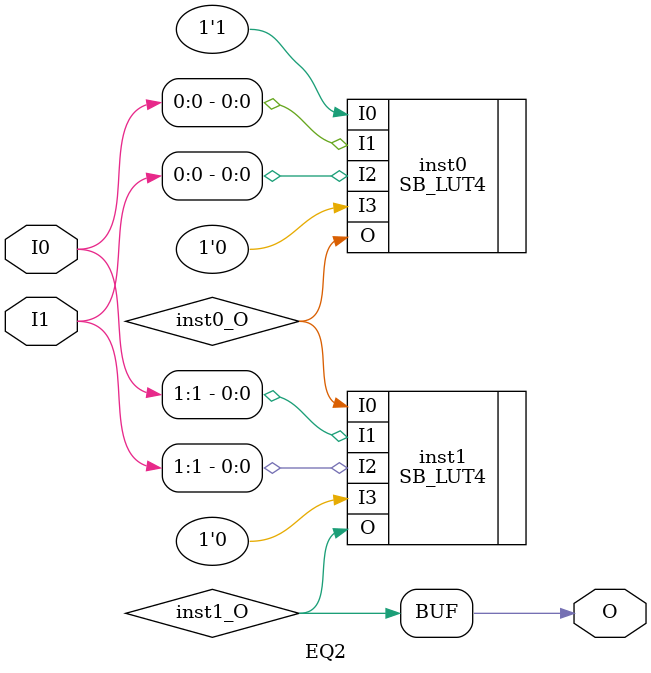
<source format=v>
module EQ2 (input [1:0] I0, input [1:0] I1, output  O);
wire  inst0_O;
wire  inst1_O;
SB_LUT4 #(.LUT_INIT(16'h8282)) inst0 (.I0(1'b1), .I1(I0[0]), .I2(I1[0]), .I3(1'b0), .O(inst0_O));
SB_LUT4 #(.LUT_INIT(16'h8282)) inst1 (.I0(inst0_O), .I1(I0[1]), .I2(I1[1]), .I3(1'b0), .O(inst1_O));
assign O = inst1_O;
endmodule


</source>
